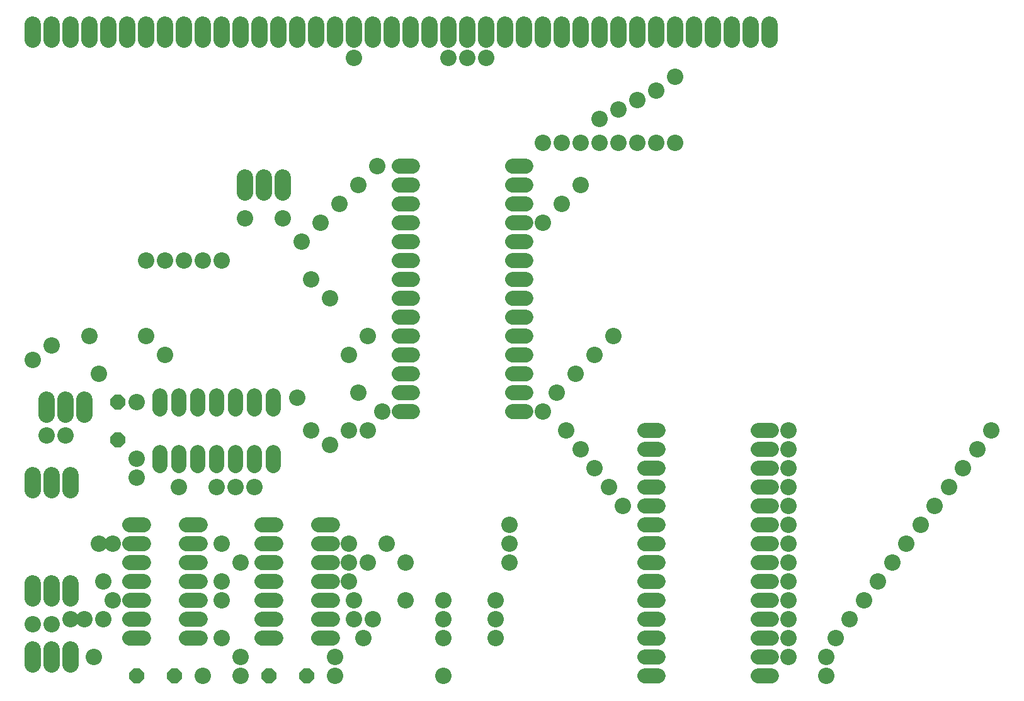
<source format=gbr>
G04 EAGLE Gerber RS-274X export*
G75*
%MOMM*%
%FSLAX34Y34*%
%LPD*%
%INSoldermask Bottom*%
%IPPOS*%
%AMOC8*
5,1,8,0,0,1.08239X$1,22.5*%
G01*
%ADD10C,2.032000*%
%ADD11C,2.235200*%
%ADD12P,2.199416X8X22.500000*%
%ADD13P,2.199416X8X292.500000*%
%ADD14C,2.203200*%


D10*
X1012444Y19050D02*
X994156Y19050D01*
X994156Y44450D02*
X1012444Y44450D01*
X1012444Y69850D02*
X994156Y69850D01*
X994156Y95250D02*
X1012444Y95250D01*
X1012444Y120650D02*
X994156Y120650D01*
X994156Y146050D02*
X1012444Y146050D01*
X1012444Y171450D02*
X994156Y171450D01*
X994156Y196850D02*
X1012444Y196850D01*
X1012444Y222250D02*
X994156Y222250D01*
X994156Y247650D02*
X1012444Y247650D01*
X1012444Y273050D02*
X994156Y273050D01*
X994156Y298450D02*
X1012444Y298450D01*
X1012444Y323850D02*
X994156Y323850D01*
X994156Y349250D02*
X1012444Y349250D01*
X860044Y349250D02*
X841756Y349250D01*
X841756Y323850D02*
X860044Y323850D01*
X860044Y298450D02*
X841756Y298450D01*
X841756Y273050D02*
X860044Y273050D01*
X860044Y247650D02*
X841756Y247650D01*
X841756Y222250D02*
X860044Y222250D01*
X860044Y196850D02*
X841756Y196850D01*
X841756Y171450D02*
X860044Y171450D01*
X860044Y146050D02*
X841756Y146050D01*
X841756Y120650D02*
X860044Y120650D01*
X860044Y95250D02*
X841756Y95250D01*
X841756Y69850D02*
X860044Y69850D01*
X860044Y44450D02*
X841756Y44450D01*
X841756Y19050D02*
X860044Y19050D01*
X244094Y69850D02*
X225806Y69850D01*
X225806Y95250D02*
X244094Y95250D01*
X244094Y222250D02*
X225806Y222250D01*
X167894Y222250D02*
X149606Y222250D01*
X225806Y120650D02*
X244094Y120650D01*
X244094Y146050D02*
X225806Y146050D01*
X225806Y196850D02*
X244094Y196850D01*
X244094Y171450D02*
X225806Y171450D01*
X167894Y196850D02*
X149606Y196850D01*
X149606Y171450D02*
X167894Y171450D01*
X167894Y146050D02*
X149606Y146050D01*
X149606Y120650D02*
X167894Y120650D01*
X167894Y95250D02*
X149606Y95250D01*
X149606Y69850D02*
X167894Y69850D01*
X190500Y302006D02*
X190500Y320294D01*
X215900Y320294D02*
X215900Y302006D01*
X342900Y302006D02*
X342900Y320294D01*
X342900Y378206D02*
X342900Y396494D01*
X241300Y320294D02*
X241300Y302006D01*
X266700Y302006D02*
X266700Y320294D01*
X317500Y320294D02*
X317500Y302006D01*
X292100Y302006D02*
X292100Y320294D01*
X317500Y378206D02*
X317500Y396494D01*
X292100Y396494D02*
X292100Y378206D01*
X266700Y378206D02*
X266700Y396494D01*
X241300Y396494D02*
X241300Y378206D01*
X215900Y378206D02*
X215900Y396494D01*
X190500Y396494D02*
X190500Y378206D01*
X663956Y374650D02*
X682244Y374650D01*
X682244Y400050D02*
X663956Y400050D01*
X663956Y425450D02*
X682244Y425450D01*
X682244Y450850D02*
X663956Y450850D01*
X663956Y476250D02*
X682244Y476250D01*
X682244Y501650D02*
X663956Y501650D01*
X663956Y527050D02*
X682244Y527050D01*
X682244Y552450D02*
X663956Y552450D01*
X663956Y577850D02*
X682244Y577850D01*
X682244Y603250D02*
X663956Y603250D01*
X663956Y628650D02*
X682244Y628650D01*
X682244Y654050D02*
X663956Y654050D01*
X663956Y679450D02*
X682244Y679450D01*
X682244Y704850D02*
X663956Y704850D01*
X529844Y704850D02*
X511556Y704850D01*
X511556Y679450D02*
X529844Y679450D01*
X529844Y654050D02*
X511556Y654050D01*
X511556Y628650D02*
X529844Y628650D01*
X529844Y603250D02*
X511556Y603250D01*
X511556Y577850D02*
X529844Y577850D01*
X529844Y552450D02*
X511556Y552450D01*
X511556Y527050D02*
X529844Y527050D01*
X529844Y501650D02*
X511556Y501650D01*
X511556Y476250D02*
X529844Y476250D01*
X529844Y450850D02*
X511556Y450850D01*
X511556Y425450D02*
X529844Y425450D01*
X529844Y400050D02*
X511556Y400050D01*
X511556Y374650D02*
X529844Y374650D01*
X421894Y69850D02*
X403606Y69850D01*
X403606Y95250D02*
X421894Y95250D01*
X421894Y222250D02*
X403606Y222250D01*
X345694Y222250D02*
X327406Y222250D01*
X403606Y120650D02*
X421894Y120650D01*
X421894Y146050D02*
X403606Y146050D01*
X403606Y196850D02*
X421894Y196850D01*
X421894Y171450D02*
X403606Y171450D01*
X345694Y196850D02*
X327406Y196850D01*
X327406Y171450D02*
X345694Y171450D01*
X345694Y146050D02*
X327406Y146050D01*
X327406Y120650D02*
X345694Y120650D01*
X345694Y95250D02*
X327406Y95250D01*
X327406Y69850D02*
X345694Y69850D01*
D11*
X19050Y875030D02*
X19050Y895350D01*
X44450Y895350D02*
X44450Y875030D01*
X69850Y875030D02*
X69850Y895350D01*
X95250Y895350D02*
X95250Y875030D01*
X120650Y875030D02*
X120650Y895350D01*
X146050Y895350D02*
X146050Y875030D01*
X171450Y875030D02*
X171450Y895350D01*
X196850Y895350D02*
X196850Y875030D01*
X222250Y875030D02*
X222250Y895350D01*
X247650Y895350D02*
X247650Y875030D01*
X273050Y875030D02*
X273050Y895350D01*
X298450Y895350D02*
X298450Y875030D01*
X323850Y875030D02*
X323850Y895350D01*
X349250Y895350D02*
X349250Y875030D01*
X374650Y875030D02*
X374650Y895350D01*
X400050Y895350D02*
X400050Y875030D01*
X425450Y875030D02*
X425450Y895350D01*
X450850Y895350D02*
X450850Y875030D01*
X476250Y875030D02*
X476250Y895350D01*
X501650Y895350D02*
X501650Y875030D01*
X527050Y875030D02*
X527050Y895350D01*
X552450Y895350D02*
X552450Y875030D01*
X577850Y875030D02*
X577850Y895350D01*
X603250Y895350D02*
X603250Y875030D01*
X628650Y875030D02*
X628650Y895350D01*
X654050Y895350D02*
X654050Y875030D01*
X679450Y875030D02*
X679450Y895350D01*
X704850Y895350D02*
X704850Y875030D01*
X730250Y875030D02*
X730250Y895350D01*
X755650Y895350D02*
X755650Y875030D01*
X781050Y875030D02*
X781050Y895350D01*
X806450Y895350D02*
X806450Y875030D01*
X831850Y875030D02*
X831850Y895350D01*
X857250Y895350D02*
X857250Y875030D01*
X882650Y875030D02*
X882650Y895350D01*
X908050Y895350D02*
X908050Y875030D01*
X933450Y875030D02*
X933450Y895350D01*
X958850Y895350D02*
X958850Y875030D01*
X984250Y875030D02*
X984250Y895350D01*
X1009650Y895350D02*
X1009650Y875030D01*
X19050Y54610D02*
X19050Y34290D01*
X44450Y34290D02*
X44450Y54610D01*
X69850Y54610D02*
X69850Y34290D01*
X304800Y669290D02*
X304800Y689610D01*
X330200Y689610D02*
X330200Y669290D01*
X355600Y669290D02*
X355600Y689610D01*
X38100Y391160D02*
X38100Y370840D01*
X63500Y370840D02*
X63500Y391160D01*
X88900Y391160D02*
X88900Y370840D01*
X19050Y289560D02*
X19050Y269240D01*
X44450Y269240D02*
X44450Y289560D01*
X69850Y289560D02*
X69850Y269240D01*
X19050Y143510D02*
X19050Y123190D01*
X44450Y123190D02*
X44450Y143510D01*
X69850Y143510D02*
X69850Y123190D01*
D12*
X158750Y19050D03*
X209550Y19050D03*
X336550Y19050D03*
X387350Y19050D03*
D13*
X133350Y387350D03*
X133350Y336550D03*
D14*
X1308100Y349250D03*
X1035050Y349250D03*
X101600Y44450D03*
X247650Y19050D03*
X1085850Y19050D03*
X571500Y19050D03*
X425450Y19050D03*
X298450Y19050D03*
X450850Y850900D03*
X158750Y387350D03*
X374650Y393700D03*
X488950Y374650D03*
X425450Y44450D03*
X298450Y44450D03*
X723900Y400050D03*
X1035050Y44450D03*
X1085850Y44450D03*
X450850Y95250D03*
X95250Y476250D03*
X476250Y95250D03*
X19050Y444500D03*
X158750Y285750D03*
X158750Y311150D03*
X127000Y120650D03*
X704850Y374650D03*
X44450Y463550D03*
X107950Y196850D03*
X127000Y196850D03*
X641350Y69850D03*
X107950Y425450D03*
X571500Y69850D03*
X88900Y95250D03*
X69850Y95250D03*
X463550Y69850D03*
X660400Y196850D03*
X393700Y349250D03*
X393700Y552450D03*
X495300Y196850D03*
X171450Y476250D03*
X641350Y120650D03*
X171450Y577850D03*
X469900Y476250D03*
X469900Y349250D03*
X571500Y120650D03*
X196850Y577850D03*
X196850Y450850D03*
X444500Y450850D03*
X444500Y349250D03*
X571500Y95250D03*
X641350Y95250D03*
X749300Y425450D03*
X1035050Y69850D03*
X222250Y577850D03*
X1098550Y69850D03*
X774700Y450850D03*
X1035050Y95250D03*
X247650Y577850D03*
X1117600Y95250D03*
X800100Y476250D03*
X1035050Y120650D03*
X273050Y577850D03*
X1136650Y120650D03*
X1155700Y146050D03*
X1035050Y146050D03*
X1174750Y171450D03*
X1035050Y171450D03*
X1193800Y196850D03*
X1035050Y196850D03*
X1212850Y222250D03*
X1035050Y222250D03*
X1231900Y247650D03*
X1035050Y247650D03*
X577850Y850900D03*
X298450Y171450D03*
X603250Y850900D03*
X273050Y146050D03*
X628650Y850900D03*
X273050Y69850D03*
X704850Y628650D03*
X1035050Y273050D03*
X704850Y736600D03*
X1250950Y273050D03*
X730250Y654050D03*
X1035050Y298450D03*
X730250Y736600D03*
X1270000Y298450D03*
X755650Y679450D03*
X1035050Y323850D03*
X755650Y736600D03*
X1289050Y323850D03*
X781050Y768350D03*
X482600Y704850D03*
X736600Y349250D03*
X781050Y736600D03*
X806450Y781050D03*
X457200Y679450D03*
X755650Y323850D03*
X806450Y736600D03*
X831850Y793750D03*
X431800Y654050D03*
X774700Y298450D03*
X831850Y736600D03*
X857250Y806450D03*
X406400Y628650D03*
X793750Y273050D03*
X857250Y736600D03*
X882650Y825500D03*
X381000Y603250D03*
X812800Y247650D03*
X882650Y736600D03*
X660400Y171450D03*
X419100Y527050D03*
X520700Y171450D03*
X419100Y330200D03*
X273050Y120650D03*
X520700Y120650D03*
X457200Y400050D03*
X273050Y196850D03*
X215900Y273050D03*
X660400Y222250D03*
X292100Y273050D03*
X44450Y88900D03*
X317500Y273050D03*
X444500Y146050D03*
X304800Y635000D03*
X444500Y171450D03*
X114300Y146050D03*
X469900Y171450D03*
X355600Y635000D03*
X444500Y196850D03*
X114300Y95250D03*
X63500Y342900D03*
X38100Y342900D03*
X266700Y273050D03*
X19050Y88900D03*
X450850Y120650D03*
M02*

</source>
